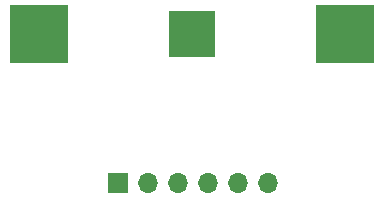
<source format=gbr>
%TF.GenerationSoftware,KiCad,Pcbnew,8.0.6*%
%TF.CreationDate,2024-11-27T13:53:32-03:00*%
%TF.ProjectId,keychain-thermometer,6b657963-6861-4696-9e2d-746865726d6f,rev?*%
%TF.SameCoordinates,Original*%
%TF.FileFunction,Soldermask,Bot*%
%TF.FilePolarity,Negative*%
%FSLAX46Y46*%
G04 Gerber Fmt 4.6, Leading zero omitted, Abs format (unit mm)*
G04 Created by KiCad (PCBNEW 8.0.6) date 2024-11-27 13:53:32*
%MOMM*%
%LPD*%
G01*
G04 APERTURE LIST*
%ADD10R,1.700000X1.700000*%
%ADD11O,1.700000X1.700000*%
%ADD12R,5.000000X5.000000*%
%ADD13R,4.000000X4.000000*%
G04 APERTURE END LIST*
D10*
%TO.C,J1*%
X68850000Y-69100000D03*
D11*
X71390000Y-69100000D03*
X73930000Y-69100000D03*
X76470000Y-69100000D03*
X79010000Y-69100000D03*
X81550000Y-69100000D03*
%TD*%
D12*
%TO.C,BT1*%
X88000000Y-56500000D03*
X62100000Y-56500000D03*
D13*
X75050000Y-56500000D03*
%TD*%
M02*

</source>
